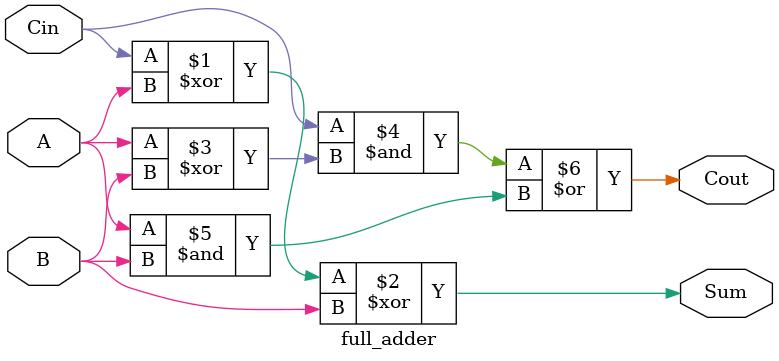
<source format=v>
module full_adder(Sum, Cout, A, B, Cin);
    input A, B, Cin;
    output Sum, Cout;

    assign Sum = Cin^A^B;
    assign Cout = Cin&(A^B)|(A&B);

endmodule

</source>
